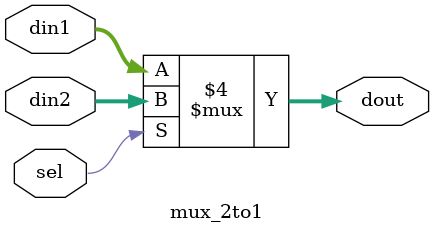
<source format=v>




`ifndef DEFFILE
	`include "define.v"
`endif


module mux_2to1 (
	// input
	sel, din1, din2,
	// output
	dout
	);
	/*********** Parameter ***********/
	parameter	DATA_WIDTH = 32;
	/*********** signal declaration ***********/
	// input
	input	sel;
	input	[DATA_WIDTH - 1:0]	din1;
	input	[DATA_WIDTH - 1:0]	din2;
	
	// output
	output	[DATA_WIDTH	- 1:0]	dout;
	reg		[DATA_WIDTH	- 1:0]	dout;

	always @ (*) begin
		if(~sel)
			dout <= din1;
		else
			dout <= din2;
	end

endmodule

</source>
